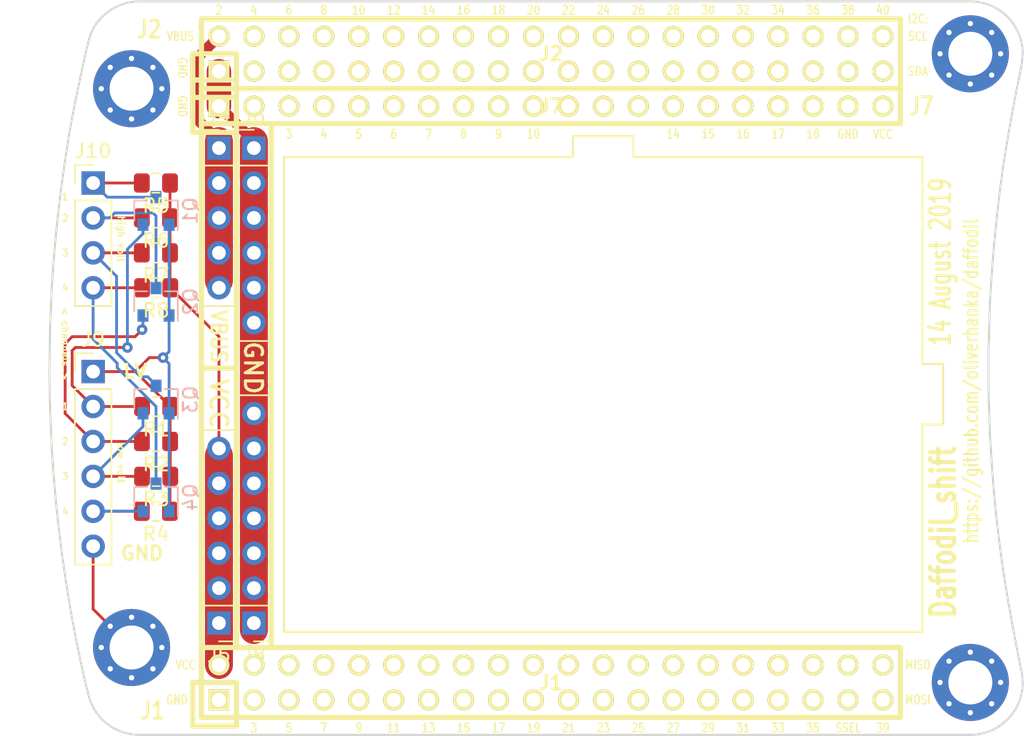
<source format=kicad_pcb>
(kicad_pcb (version 20171130) (host pcbnew "(5.1.4-0-10_14)")
  (layers (0 F.Cu signal) (31 B.Cu signal) (34 B.Paste user) (35 F.Paste user hide) (36 B.SilkS user hide) (37 F.SilkS user) (38 B.Mask user) (39 F.Mask user hide) (44 Edge.Cuts user))
  (net 0 "")
  (net 1 GND)
  (net 2 VCC)
  (net 3 /VBUS)
  (net 4 /P4_9)
  (net 5 /P0_0)
  (net 6 /P4_10)
  (net 7 /P0_1)
  (net 8 /P1_0)
  (net 9 /P5_0)
  (net 10 /P5_1)
  (net 11 /P1_1)
  (net 12 /CLK0)
  (net 13 /P1_2)
  (net 14 /P1_5)
  (net 15 /P5_2)
  (net 16 /P1_7)
  (net 17 /P1_6)
  (net 18 /P1_9)
  (net 19 /P1_8)
  (net 20 /P5_3)
  (net 21 /P1_10)
  (net 22 /P1_12)
  (net 23 /P1_11)
  (net 24 /P5_5)
  (net 25 /P5_4)
  (net 26 /P1_14)
  (net 27 /P1_13)
  (net 28 /P5_6)
  (net 29 /P1_15)
  (net 30 /P5_7)
  (net 31 /P1_16)
  (net 32 /P1_18)
  (net 33 /P1_17)
  (net 34 /P9_5)
  (net 35 /P9_6)
  (net 36 /P2_0)
  (net 37 /P6_0)
  (net 38 /P1_20)
  (net 39 /P1_19)
  (net 40 /P1_4)
  (net 41 /P1_3)
  (net 42 /P4_8)
  (net 43 /P4_0)
  (net 44 /ADC0_0)
  (net 45 /P4_5)
  (net 46 /P4_4)
  (net 47 /P4_2)
  (net 48 /P4_3)
  (net 49 /P4_6)
  (net 50 /P4_7)
  (net 51 /CLK2)
  (net 52 /P2_8)
  (net 53 /P2_7)
  (net 54 /P2_6)
  (net 55 /P7_7)
  (net 56 /WAKEUP0)
  (net 57 /P2_5)
  (net 58 /P2_4)
  (net 59 /P2_3)
  (net 60 /PF_4)
  (net 61 /P3_2)
  (net 62 /P7_2)
  (net 63 /P3_1)
  (net 64 /P7_1)
  (net 65 /P3_0)
  (net 66 /P7_0)
  (net 67 /P3_4)
  (net 68 /P6_8)
  (net 69 /P3_7)
  (net 70 /P6_7)
  (net 71 /P3_3)
  (net 72 /P2_2)
  (net 73 /P6_6)
  (net 74 /P2_1)
  (net 75 /P6_3)
  (net 76 /P3_5)
  (net 77 /P3_6)
  (net 78 /I2C0_SDA)
  (net 79 /I2C0_SCL)
  (net 80 /P6_4)
  (net 81 /P6_5)
  (net 82 /ADC0_5)
  (net 83 /ADC0_2)
  (net 84 /P2_9)
  (net 85 /P2_12)
  (net 86 /P2_13)
  (net 87 /RTC_ALARM)
  (net 88 /RESET)
  (net 89 /VBAT)
  (net 90 /P2_11)
  (net 91 /P2_10)
  (net 92 /P6_10)
  (net 93 /P6_9)
  (net 94 /P6_2)
  (net 95 /P6_1)
  (net 96 /32KHZ)
  (net 97 "Net-(J9-Pad5)")
  (net 98 "Net-(J9-Pad4)")
  (net 99 "Net-(J9-Pad3)")
  (net 100 "Net-(J9-Pad2)")
  (net 101 +1V8)
  (net 102 "Net-(J10-Pad4)")
  (net 103 "Net-(J10-Pad3)")
  (net 104 "Net-(J10-Pad2)")
  (net 105 "Net-(J10-Pad1)")
  (module Resistor_SMD:R_0805_2012Metric_Pad1.15x1.40mm_HandSolder (layer F.Cu) (at 117.357 89.408 180)
    (fp_text reference R8 (at 0 -1.65) (layer F.SilkS))
    (fp_text value 10k)
    (pad 2 smd roundrect (at 1.025 0 180) (size 1.15 1.4) (layers F.Cu F.Paste F.Mask) (roundrect_rratio 0.217391) (net 102 "Net-(J10-Pad4)"))
    (pad 1 smd roundrect (at -1.025 0 180) (size 1.15 1.4) (layers F.Cu F.Paste F.Mask) (roundrect_rratio 0.217391) (net 2 VCC))
  )
  (module Resistor_SMD:R_0805_2012Metric_Pad1.15x1.40mm_HandSolder (layer F.Cu) (at 117.339 86.868 180)
    (fp_text reference R7 (at 0 -1.65) (layer F.SilkS))
    (fp_text value 10k)
    (pad 2 smd roundrect (at 1.025 0 180) (size 1.15 1.4) (layers F.Cu F.Paste F.Mask) (roundrect_rratio 0.217391) (net 103 "Net-(J10-Pad3)"))
    (pad 1 smd roundrect (at -1.025 0 180) (size 1.15 1.4) (layers F.Cu F.Paste F.Mask) (roundrect_rratio 0.217391) (net 2 VCC))
  )
  (module Resistor_SMD:R_0805_2012Metric_Pad1.15x1.40mm_HandSolder (layer F.Cu) (at 117.339 84.328 180)
    (fp_text reference R6 (at 0 -1.65) (layer F.SilkS))
    (fp_text value 10k)
    (pad 2 smd roundrect (at 1.025 0 180) (size 1.15 1.4) (layers F.Cu F.Paste F.Mask) (roundrect_rratio 0.217391) (net 104 "Net-(J10-Pad2)"))
    (pad 1 smd roundrect (at -1.025 0 180) (size 1.15 1.4) (layers F.Cu F.Paste F.Mask) (roundrect_rratio 0.217391) (net 2 VCC))
  )
  (module Resistor_SMD:R_0805_2012Metric_Pad1.15x1.40mm_HandSolder (layer F.Cu) (at 117.339 81.788 180)
    (fp_text reference R5 (at 0 -1.65) (layer F.SilkS))
    (fp_text value 10k)
    (pad 2 smd roundrect (at 1.025 0 180) (size 1.15 1.4) (layers F.Cu F.Paste F.Mask) (roundrect_rratio 0.217391) (net 105 "Net-(J10-Pad1)"))
    (pad 1 smd roundrect (at -1.025 0 180) (size 1.15 1.4) (layers F.Cu F.Paste F.Mask) (roundrect_rratio 0.217391) (net 2 VCC))
  )
  (module Resistor_SMD:R_0805_2012Metric_Pad1.15x1.40mm_HandSolder (layer F.Cu) (at 117.339 105.664 180)
    (fp_text reference R4 (at 0 -1.65) (layer F.SilkS))
    (fp_text value 10k)
    (pad 2 smd roundrect (at 1.025 0 180) (size 1.15 1.4) (layers F.Cu F.Paste F.Mask) (roundrect_rratio 0.217391) (net 97 "Net-(J9-Pad5)"))
    (pad 1 smd roundrect (at -1.025 0 180) (size 1.15 1.4) (layers F.Cu F.Paste F.Mask) (roundrect_rratio 0.217391) (net 101 +1V8))
  )
  (module Resistor_SMD:R_0805_2012Metric_Pad1.15x1.40mm_HandSolder (layer F.Cu) (at 117.357 103.124 180)
    (fp_text reference R3 (at 0 -1.65) (layer F.SilkS))
    (fp_text value 10k)
    (pad 2 smd roundrect (at 1.025 0 180) (size 1.15 1.4) (layers F.Cu F.Paste F.Mask) (roundrect_rratio 0.217391) (net 98 "Net-(J9-Pad4)"))
    (pad 1 smd roundrect (at -1.025 0 180) (size 1.15 1.4) (layers F.Cu F.Paste F.Mask) (roundrect_rratio 0.217391) (net 101 +1V8))
  )
  (module Resistor_SMD:R_0805_2012Metric_Pad1.15x1.40mm_HandSolder (layer F.Cu) (at 117.348 100.584 180)
    (fp_text reference R2 (at 0 -1.65) (layer F.SilkS))
    (fp_text value 10k)
    (pad 2 smd roundrect (at 1.025 0 180) (size 1.15 1.4) (layers F.Cu F.Paste F.Mask) (roundrect_rratio 0.217391) (net 99 "Net-(J9-Pad3)"))
    (pad 1 smd roundrect (at -1.025 0 180) (size 1.15 1.4) (layers F.Cu F.Paste F.Mask) (roundrect_rratio 0.217391) (net 101 +1V8))
  )
  (module Resistor_SMD:R_0805_2012Metric_Pad1.15x1.40mm_HandSolder (layer F.Cu) (at 117.357 98.044 180)
    (fp_text reference R1 (at 0 -1.65) (layer F.SilkS))
    (fp_text value 10k)
    (pad 2 smd roundrect (at 1.025 0 180) (size 1.15 1.4) (layers F.Cu F.Paste F.Mask) (roundrect_rratio 0.217391) (net 100 "Net-(J9-Pad2)"))
    (pad 1 smd roundrect (at -1.025 0 180) (size 1.15 1.4) (layers F.Cu F.Paste F.Mask) (roundrect_rratio 0.217391) (net 101 +1V8))
  )
  (module Package_TO_SOT_SMD:SOT-23 (layer B.Cu) (at 117.348 104.648 90)
    (fp_text reference Q4 (at 0 2.5 90) (layer B.SilkS) (effects (justify mirror)))
    (fp_text value BSS138)
    (pad 3 smd rect (at 1 0 90) (size 0.9 0.8) (layers B.Cu B.Paste B.Mask) (net 102 "Net-(J10-Pad4)"))
    (pad 2 smd rect (at -1 -0.95 90) (size 0.9 0.8) (layers B.Cu B.Paste B.Mask) (net 97 "Net-(J9-Pad5)"))
    (pad 1 smd rect (at -1 0.95 90) (size 0.9 0.8) (layers B.Cu B.Paste B.Mask) (net 101 +1V8))
  )
  (module Package_TO_SOT_SMD:SOT-23 (layer B.Cu) (at 117.348 97.536 90)
    (fp_text reference Q3 (at 0 2.5 90) (layer B.SilkS) (effects (justify mirror)))
    (fp_text value BSS138)
    (pad 3 smd rect (at 1 0 90) (size 0.9 0.8) (layers B.Cu B.Paste B.Mask) (net 103 "Net-(J10-Pad3)"))
    (pad 2 smd rect (at -1 -0.95 90) (size 0.9 0.8) (layers B.Cu B.Paste B.Mask) (net 98 "Net-(J9-Pad4)"))
    (pad 1 smd rect (at -1 0.95 90) (size 0.9 0.8) (layers B.Cu B.Paste B.Mask) (net 101 +1V8))
  )
  (module Package_TO_SOT_SMD:SOT-23 (layer B.Cu) (at 117.348 90.424 90)
    (fp_text reference Q2 (at 0 2.5 90) (layer B.SilkS) (effects (justify mirror)))
    (fp_text value BSS138)
    (pad 3 smd rect (at 1 0 90) (size 0.9 0.8) (layers B.Cu B.Paste B.Mask) (net 104 "Net-(J10-Pad2)"))
    (pad 2 smd rect (at -1 -0.95 90) (size 0.9 0.8) (layers B.Cu B.Paste B.Mask) (net 99 "Net-(J9-Pad3)"))
    (pad 1 smd rect (at -1 0.95 90) (size 0.9 0.8) (layers B.Cu B.Paste B.Mask) (net 101 +1V8))
  )
  (module Package_TO_SOT_SMD:SOT-23 (layer B.Cu) (at 117.348 83.82 90)
    (fp_text reference Q1 (at 0 2.5 90) (layer B.SilkS) (effects (justify mirror)))
    (fp_text value BSS138)
    (pad 3 smd rect (at 1 0 90) (size 0.9 0.8) (layers B.Cu B.Paste B.Mask) (net 105 "Net-(J10-Pad1)"))
    (pad 2 smd rect (at -1 -0.95 90) (size 0.9 0.8) (layers B.Cu B.Paste B.Mask) (net 100 "Net-(J9-Pad2)"))
    (pad 1 smd rect (at -1 0.95 90) (size 0.9 0.8) (layers B.Cu B.Paste B.Mask) (net 101 +1V8))
  )
  (module Connector_PinHeader_2.54mm:PinHeader_1x04_P2.54mm_Vertical (layer F.Cu) (at 112.776 81.788)
    (fp_text reference J10 (at 0 -2.33) (layer F.SilkS))
    (fp_text value Conn_01x04_Male)
    (pad 4 thru_hole oval (at 0 7.62) (size 1.7 1.7) (drill 1) (layers *.Cu *.Mask) (net 102 "Net-(J10-Pad4)"))
    (pad 3 thru_hole oval (at 0 5.08) (size 1.7 1.7) (drill 1) (layers *.Cu *.Mask) (net 103 "Net-(J10-Pad3)"))
    (pad 2 thru_hole oval (at 0 2.54) (size 1.7 1.7) (drill 1) (layers *.Cu *.Mask) (net 104 "Net-(J10-Pad2)"))
    (pad 1 thru_hole rect (at 0 0) (size 1.7 1.7) (drill 1) (layers *.Cu *.Mask) (net 105 "Net-(J10-Pad1)"))
  )
  (module Connector_PinHeader_2.54mm:PinHeader_1x06_P2.54mm_Vertical (layer F.Cu) (at 112.776 95.504)
    (fp_text reference J9 (at 0 -2.33) (layer F.SilkS))
    (fp_text value Conn_01x06_Male)
    (pad 6 thru_hole oval (at 0 12.7) (size 1.7 1.7) (drill 1) (layers *.Cu *.Mask) (net 1 GND))
    (pad 5 thru_hole oval (at 0 10.16) (size 1.7 1.7) (drill 1) (layers *.Cu *.Mask) (net 97 "Net-(J9-Pad5)"))
    (pad 4 thru_hole oval (at 0 7.62) (size 1.7 1.7) (drill 1) (layers *.Cu *.Mask) (net 98 "Net-(J9-Pad4)"))
    (pad 3 thru_hole oval (at 0 5.08) (size 1.7 1.7) (drill 1) (layers *.Cu *.Mask) (net 99 "Net-(J9-Pad3)"))
    (pad 2 thru_hole oval (at 0 2.54) (size 1.7 1.7) (drill 1) (layers *.Cu *.Mask) (net 100 "Net-(J9-Pad2)"))
    (pad 1 thru_hole rect (at 0 0) (size 1.7 1.7) (drill 1) (layers *.Cu *.Mask) (net 101 +1V8))
  )
  (module Connector_PinHeader_2.54mm:PinHeader_1x07_P2.54mm_Vertical (layer F.Cu) (at 124.46 113.792 180)
    (fp_text reference J8 (at 0 -2.33) (layer F.SilkS))
    (fp_text value Conn_01x07_Male)
    (pad 7 thru_hole oval (at 0 15.24 180) (size 1.7 1.7) (drill 1) (layers *.Cu *.Mask) (net 1 GND))
    (pad 6 thru_hole oval (at 0 12.7 180) (size 1.7 1.7) (drill 1) (layers *.Cu *.Mask) (net 1 GND))
    (pad 5 thru_hole oval (at 0 10.16 180) (size 1.7 1.7) (drill 1) (layers *.Cu *.Mask) (net 1 GND))
    (pad 4 thru_hole oval (at 0 7.62 180) (size 1.7 1.7) (drill 1) (layers *.Cu *.Mask) (net 1 GND))
    (pad 3 thru_hole oval (at 0 5.08 180) (size 1.7 1.7) (drill 1) (layers *.Cu *.Mask) (net 1 GND))
    (pad 2 thru_hole oval (at 0 2.54 180) (size 1.7 1.7) (drill 1) (layers *.Cu *.Mask) (net 1 GND))
    (pad 1 thru_hole rect (at 0 0 180) (size 1.7 1.7) (drill 1) (layers *.Cu *.Mask) (net 1 GND))
  )
  (module Connector_PinHeader_2.54mm:PinHeader_1x06_P2.54mm_Vertical (layer F.Cu) (at 124.46 79.248)
    (fp_text reference J6 (at 0 -2.33) (layer F.SilkS))
    (fp_text value Conn_01x06_Male)
    (pad 6 thru_hole oval (at 0 12.7) (size 1.7 1.7) (drill 1) (layers *.Cu *.Mask) (net 1 GND))
    (pad 5 thru_hole oval (at 0 10.16) (size 1.7 1.7) (drill 1) (layers *.Cu *.Mask) (net 1 GND))
    (pad 4 thru_hole oval (at 0 7.62) (size 1.7 1.7) (drill 1) (layers *.Cu *.Mask) (net 1 GND))
    (pad 3 thru_hole oval (at 0 5.08) (size 1.7 1.7) (drill 1) (layers *.Cu *.Mask) (net 1 GND))
    (pad 2 thru_hole oval (at 0 2.54) (size 1.7 1.7) (drill 1) (layers *.Cu *.Mask) (net 1 GND))
    (pad 1 thru_hole rect (at 0 0) (size 1.7 1.7) (drill 1) (layers *.Cu *.Mask) (net 1 GND))
  )
  (module Connector_PinHeader_2.54mm:PinHeader_1x06_P2.54mm_Vertical (layer F.Cu) (at 121.92 113.792 180)
    (fp_text reference J5 (at 0 -2.33) (layer F.SilkS))
    (fp_text value Conn_01x06_Male)
    (pad 6 thru_hole oval (at 0 12.7 180) (size 1.7 1.7) (drill 1) (layers *.Cu *.Mask) (net 2 VCC))
    (pad 5 thru_hole oval (at 0 10.16 180) (size 1.7 1.7) (drill 1) (layers *.Cu *.Mask) (net 2 VCC))
    (pad 4 thru_hole oval (at 0 7.62 180) (size 1.7 1.7) (drill 1) (layers *.Cu *.Mask) (net 2 VCC))
    (pad 3 thru_hole oval (at 0 5.08 180) (size 1.7 1.7) (drill 1) (layers *.Cu *.Mask) (net 2 VCC))
    (pad 2 thru_hole oval (at 0 2.54 180) (size 1.7 1.7) (drill 1) (layers *.Cu *.Mask) (net 2 VCC))
    (pad 1 thru_hole rect (at 0 0 180) (size 1.7 1.7) (drill 1) (layers *.Cu *.Mask) (net 2 VCC))
  )
  (module Connector_PinHeader_2.54mm:PinHeader_1x05_P2.54mm_Vertical (layer F.Cu) (at 121.92 79.248)
    (fp_text reference J4 (at 0 -2.33) (layer F.SilkS))
    (fp_text value Conn_01x05_Male)
    (pad 5 thru_hole oval (at 0 10.16) (size 1.7 1.7) (drill 1) (layers *.Cu *.Mask) (net 3 /VBUS))
    (pad 4 thru_hole oval (at 0 7.62) (size 1.7 1.7) (drill 1) (layers *.Cu *.Mask) (net 3 /VBUS))
    (pad 3 thru_hole oval (at 0 5.08) (size 1.7 1.7) (drill 1) (layers *.Cu *.Mask) (net 3 /VBUS))
    (pad 2 thru_hole oval (at 0 2.54) (size 1.7 1.7) (drill 1) (layers *.Cu *.Mask) (net 3 /VBUS))
    (pad 1 thru_hole rect (at 0 0) (size 1.7 1.7) (drill 1) (layers *.Cu *.Mask) (net 3 /VBUS))
  )
  (module gsg-modules:HEADER-1x20 (layer F.Cu) (at 146.05 76.2)
    (fp_text reference J7 (at 0 0) (layer F.SilkS) (effects (font (size 1.016 1.016) (thickness 0.2032))))
    (fp_text value BONUS_ROW hide)
    (pad 1 thru_hole rect (at -24.13 0) (size 1.524 1.524) (drill 1.016) (layers *.Cu *.Mask F.SilkS) (net 1 GND))
    (pad 2 thru_hole circle (at -21.59 0) (size 1.524 1.524) (drill 1.016) (layers *.Cu *.Mask F.SilkS) (net 80 /P6_4))
    (pad 3 thru_hole circle (at -19.05 0) (size 1.524 1.524) (drill 1.016) (layers *.Cu *.Mask F.SilkS) (net 81 /P6_5))
    (pad 4 thru_hole circle (at -16.51 0) (size 1.524 1.524) (drill 1.016) (layers *.Cu *.Mask F.SilkS) (net 82 /ADC0_5))
    (pad 5 thru_hole circle (at -13.97 0) (size 1.524 1.524) (drill 1.016) (layers *.Cu *.Mask F.SilkS) (net 83 /ADC0_2))
    (pad 6 thru_hole circle (at -11.43 0) (size 1.524 1.524) (drill 1.016) (layers *.Cu *.Mask F.SilkS) (net 84 /P2_9))
    (pad 7 thru_hole circle (at -8.89 0) (size 1.524 1.524) (drill 1.016) (layers *.Cu *.Mask F.SilkS) (net 85 /P2_12))
    (pad 8 thru_hole circle (at -6.35 0) (size 1.524 1.524) (drill 1.016) (layers *.Cu *.Mask F.SilkS) (net 86 /P2_13))
    (pad 9 thru_hole circle (at -3.81 0) (size 1.524 1.524) (drill 1.016) (layers *.Cu *.Mask F.SilkS) (net 87 /RTC_ALARM))
    (pad 10 thru_hole circle (at -1.27 0) (size 1.524 1.524) (drill 1.016) (layers *.Cu *.Mask F.SilkS) (net 96 /32KHZ))
    (pad 11 thru_hole circle (at 1.27 0) (size 1.524 1.524) (drill 1.016) (layers *.Cu *.Mask F.SilkS) (net 88 /RESET))
    (pad 12 thru_hole circle (at 3.81 0) (size 1.524 1.524) (drill 1.016) (layers *.Cu *.Mask F.SilkS) (net 89 /VBAT))
    (pad 13 thru_hole circle (at 6.35 0) (size 1.524 1.524) (drill 1.016) (layers *.Cu *.Mask F.SilkS) (net 90 /P2_11))
    (pad 14 thru_hole circle (at 8.89 0) (size 1.524 1.524) (drill 1.016) (layers *.Cu *.Mask F.SilkS) (net 91 /P2_10))
    (pad 15 thru_hole circle (at 11.43 0) (size 1.524 1.524) (drill 1.016) (layers *.Cu *.Mask F.SilkS) (net 92 /P6_10))
    (pad 16 thru_hole circle (at 13.97 0) (size 1.524 1.524) (drill 1.016) (layers *.Cu *.Mask F.SilkS) (net 93 /P6_9))
    (pad 17 thru_hole circle (at 16.51 0) (size 1.524 1.524) (drill 1.016) (layers *.Cu *.Mask F.SilkS) (net 94 /P6_2))
    (pad 18 thru_hole circle (at 19.05 0) (size 1.524 1.524) (drill 1.016) (layers *.Cu *.Mask F.SilkS) (net 95 /P6_1))
    (pad 19 thru_hole circle (at 21.59 0) (size 1.524 1.524) (drill 1.016) (layers *.Cu *.Mask F.SilkS) (net 1 GND))
    (pad 20 thru_hole circle (at 24.13 0) (size 1.524 1.524) (drill 1.016) (layers *.Cu *.Mask F.SilkS) (net 2 VCC))
  )
  (module gsg-modules:HEADER-2x20 (layer F.Cu) (at 146.05 118.11)
    (fp_text reference J1 (at 0 0) (layer F.SilkS) (effects (font (size 1.016 1.016) (thickness 0.2032))))
    (fp_text value NEIGHBOR1 hide)
    (pad 1 thru_hole rect (at -24.13 1.27) (size 1.524 1.524) (drill 1.016) (layers *.Cu *.Mask F.SilkS) (net 1 GND))
    (pad 2 thru_hole circle (at -24.13 -1.27) (size 1.524 1.524) (drill 1.016) (layers *.Cu *.Mask F.SilkS) (net 2 VCC))
    (pad 3 thru_hole circle (at -21.59 1.27) (size 1.524 1.524) (drill 1.016) (layers *.Cu *.Mask F.SilkS) (net 4 /P4_9))
    (pad 4 thru_hole circle (at -21.59 -1.27) (size 1.524 1.524) (drill 1.016) (layers *.Cu *.Mask F.SilkS) (net 5 /P0_0))
    (pad 5 thru_hole circle (at -19.05 1.27) (size 1.524 1.524) (drill 1.016) (layers *.Cu *.Mask F.SilkS) (net 6 /P4_10))
    (pad 6 thru_hole circle (at -19.05 -1.27) (size 1.524 1.524) (drill 1.016) (layers *.Cu *.Mask F.SilkS) (net 7 /P0_1))
    (pad 7 thru_hole circle (at -16.51 1.27) (size 1.524 1.524) (drill 1.016) (layers *.Cu *.Mask F.SilkS) (net 8 /P1_0))
    (pad 8 thru_hole circle (at -16.51 -1.27) (size 1.524 1.524) (drill 1.016) (layers *.Cu *.Mask F.SilkS) (net 9 /P5_0))
    (pad 9 thru_hole circle (at -13.97 1.27) (size 1.524 1.524) (drill 1.016) (layers *.Cu *.Mask F.SilkS) (net 10 /P5_1))
    (pad 10 thru_hole circle (at -13.97 -1.27) (size 1.524 1.524) (drill 1.016) (layers *.Cu *.Mask F.SilkS) (net 11 /P1_1))
    (pad 11 thru_hole circle (at -11.43 1.27) (size 1.524 1.524) (drill 1.016) (layers *.Cu *.Mask F.SilkS) (net 12 /CLK0))
    (pad 12 thru_hole circle (at -11.43 -1.27) (size 1.524 1.524) (drill 1.016) (layers *.Cu *.Mask F.SilkS) (net 13 /P1_2))
    (pad 13 thru_hole circle (at -8.89 1.27) (size 1.524 1.524) (drill 1.016) (layers *.Cu *.Mask F.SilkS) (net 14 /P1_5))
    (pad 14 thru_hole circle (at -8.89 -1.27) (size 1.524 1.524) (drill 1.016) (layers *.Cu *.Mask F.SilkS) (net 15 /P5_2))
    (pad 15 thru_hole circle (at -6.35 1.27) (size 1.524 1.524) (drill 1.016) (layers *.Cu *.Mask F.SilkS) (net 16 /P1_7))
    (pad 16 thru_hole circle (at -6.35 -1.27) (size 1.524 1.524) (drill 1.016) (layers *.Cu *.Mask F.SilkS) (net 17 /P1_6))
    (pad 17 thru_hole circle (at -3.81 1.27) (size 1.524 1.524) (drill 1.016) (layers *.Cu *.Mask F.SilkS) (net 18 /P1_9))
    (pad 18 thru_hole circle (at -3.81 -1.27) (size 1.524 1.524) (drill 1.016) (layers *.Cu *.Mask F.SilkS) (net 19 /P1_8))
    (pad 19 thru_hole circle (at -1.27 1.27) (size 1.524 1.524) (drill 1.016) (layers *.Cu *.Mask F.SilkS) (net 20 /P5_3))
    (pad 20 thru_hole circle (at -1.27 -1.27) (size 1.524 1.524) (drill 1.016) (layers *.Cu *.Mask F.SilkS) (net 21 /P1_10))
    (pad 21 thru_hole circle (at 1.27 1.27) (size 1.524 1.524) (drill 1.016) (layers *.Cu *.Mask F.SilkS) (net 22 /P1_12))
    (pad 22 thru_hole circle (at 1.27 -1.27) (size 1.524 1.524) (drill 1.016) (layers *.Cu *.Mask F.SilkS) (net 23 /P1_11))
    (pad 23 thru_hole circle (at 3.81 1.27) (size 1.524 1.524) (drill 1.016) (layers *.Cu *.Mask F.SilkS) (net 24 /P5_5))
    (pad 24 thru_hole circle (at 3.81 -1.27) (size 1.524 1.524) (drill 1.016) (layers *.Cu *.Mask F.SilkS) (net 25 /P5_4))
    (pad 25 thru_hole circle (at 6.35 1.27) (size 1.524 1.524) (drill 1.016) (layers *.Cu *.Mask F.SilkS) (net 26 /P1_14))
    (pad 26 thru_hole circle (at 6.35 -1.27) (size 1.524 1.524) (drill 1.016) (layers *.Cu *.Mask F.SilkS) (net 27 /P1_13))
    (pad 27 thru_hole circle (at 8.89 1.27) (size 1.524 1.524) (drill 1.016) (layers *.Cu *.Mask F.SilkS) (net 28 /P5_6))
    (pad 28 thru_hole circle (at 8.89 -1.27) (size 1.524 1.524) (drill 1.016) (layers *.Cu *.Mask F.SilkS) (net 29 /P1_15))
    (pad 29 thru_hole circle (at 11.43 1.27) (size 1.524 1.524) (drill 1.016) (layers *.Cu *.Mask F.SilkS) (net 30 /P5_7))
    (pad 30 thru_hole circle (at 11.43 -1.27) (size 1.524 1.524) (drill 1.016) (layers *.Cu *.Mask F.SilkS) (net 31 /P1_16))
    (pad 31 thru_hole circle (at 13.97 1.27) (size 1.524 1.524) (drill 1.016) (layers *.Cu *.Mask F.SilkS) (net 32 /P1_18))
    (pad 32 thru_hole circle (at 13.97 -1.27) (size 1.524 1.524) (drill 1.016) (layers *.Cu *.Mask F.SilkS) (net 33 /P1_17))
    (pad 33 thru_hole circle (at 16.51 1.27) (size 1.524 1.524) (drill 1.016) (layers *.Cu *.Mask F.SilkS) (net 34 /P9_5))
    (pad 34 thru_hole circle (at 16.51 -1.27) (size 1.524 1.524) (drill 1.016) (layers *.Cu *.Mask F.SilkS) (net 35 /P9_6))
    (pad 35 thru_hole circle (at 19.05 1.27) (size 1.524 1.524) (drill 1.016) (layers *.Cu *.Mask F.SilkS) (net 36 /P2_0))
    (pad 36 thru_hole circle (at 19.05 -1.27) (size 1.524 1.524) (drill 1.016) (layers *.Cu *.Mask F.SilkS) (net 37 /P6_0))
    (pad 37 thru_hole circle (at 21.59 1.27) (size 1.524 1.524) (drill 1.016) (layers *.Cu *.Mask F.SilkS) (net 38 /P1_20))
    (pad 38 thru_hole circle (at 21.59 -1.27) (size 1.524 1.524) (drill 1.016) (layers *.Cu *.Mask F.SilkS) (net 39 /P1_19))
    (pad 39 thru_hole circle (at 24.13 1.27) (size 1.524 1.524) (drill 1.016) (layers *.Cu *.Mask F.SilkS) (net 40 /P1_4))
    (pad 40 thru_hole circle (at 24.13 -1.27) (size 1.524 1.524) (drill 1.016) (layers *.Cu *.Mask F.SilkS) (net 41 /P1_3))
  )
  (module gsg-modules:HEADER-2x20 (layer F.Cu) (at 146.05 72.39)
    (fp_text reference J2 (at 0 0) (layer F.SilkS) (effects (font (size 1.016 1.016) (thickness 0.2032))))
    (fp_text value NEIGHBOR2 hide)
    (pad 1 thru_hole rect (at -24.13 1.27) (size 1.524 1.524) (drill 1.016) (layers *.Cu *.Mask F.SilkS) (net 1 GND))
    (pad 2 thru_hole circle (at -24.13 -1.27) (size 1.524 1.524) (drill 1.016) (layers *.Cu *.Mask F.SilkS) (net 3 /VBUS))
    (pad 3 thru_hole circle (at -21.59 1.27) (size 1.524 1.524) (drill 1.016) (layers *.Cu *.Mask F.SilkS) (net 42 /P4_8))
    (pad 4 thru_hole circle (at -21.59 -1.27) (size 1.524 1.524) (drill 1.016) (layers *.Cu *.Mask F.SilkS) (net 43 /P4_0))
    (pad 5 thru_hole circle (at -19.05 1.27) (size 1.524 1.524) (drill 1.016) (layers *.Cu *.Mask F.SilkS) (net 44 /ADC0_0))
    (pad 6 thru_hole circle (at -19.05 -1.27) (size 1.524 1.524) (drill 1.016) (layers *.Cu *.Mask F.SilkS) (net 45 /P4_5))
    (pad 7 thru_hole circle (at -16.51 1.27) (size 1.524 1.524) (drill 1.016) (layers *.Cu *.Mask F.SilkS) (net 46 /P4_4))
    (pad 8 thru_hole circle (at -16.51 -1.27) (size 1.524 1.524) (drill 1.016) (layers *.Cu *.Mask F.SilkS) (net 47 /P4_2))
    (pad 9 thru_hole circle (at -13.97 1.27) (size 1.524 1.524) (drill 1.016) (layers *.Cu *.Mask F.SilkS) (net 48 /P4_3))
    (pad 10 thru_hole circle (at -13.97 -1.27) (size 1.524 1.524) (drill 1.016) (layers *.Cu *.Mask F.SilkS) (net 49 /P4_6))
    (pad 11 thru_hole circle (at -11.43 1.27) (size 1.524 1.524) (drill 1.016) (layers *.Cu *.Mask F.SilkS) (net 50 /P4_7))
    (pad 12 thru_hole circle (at -11.43 -1.27) (size 1.524 1.524) (drill 1.016) (layers *.Cu *.Mask F.SilkS) (net 51 /CLK2))
    (pad 13 thru_hole circle (at -8.89 1.27) (size 1.524 1.524) (drill 1.016) (layers *.Cu *.Mask F.SilkS) (net 52 /P2_8))
    (pad 14 thru_hole circle (at -8.89 -1.27) (size 1.524 1.524) (drill 1.016) (layers *.Cu *.Mask F.SilkS) (net 53 /P2_7))
    (pad 15 thru_hole circle (at -6.35 1.27) (size 1.524 1.524) (drill 1.016) (layers *.Cu *.Mask F.SilkS) (net 54 /P2_6))
    (pad 16 thru_hole circle (at -6.35 -1.27) (size 1.524 1.524) (drill 1.016) (layers *.Cu *.Mask F.SilkS) (net 55 /P7_7))
    (pad 17 thru_hole circle (at -3.81 1.27) (size 1.524 1.524) (drill 1.016) (layers *.Cu *.Mask F.SilkS) (net 56 /WAKEUP0))
    (pad 18 thru_hole circle (at -3.81 -1.27) (size 1.524 1.524) (drill 1.016) (layers *.Cu *.Mask F.SilkS) (net 57 /P2_5))
    (pad 19 thru_hole circle (at -1.27 1.27) (size 1.524 1.524) (drill 1.016) (layers *.Cu *.Mask F.SilkS) (net 58 /P2_4))
    (pad 20 thru_hole circle (at -1.27 -1.27) (size 1.524 1.524) (drill 1.016) (layers *.Cu *.Mask F.SilkS) (net 59 /P2_3))
    (pad 21 thru_hole circle (at 1.27 1.27) (size 1.524 1.524) (drill 1.016) (layers *.Cu *.Mask F.SilkS) (net 60 /PF_4))
    (pad 22 thru_hole circle (at 1.27 -1.27) (size 1.524 1.524) (drill 1.016) (layers *.Cu *.Mask F.SilkS) (net 61 /P3_2))
    (pad 23 thru_hole circle (at 3.81 1.27) (size 1.524 1.524) (drill 1.016) (layers *.Cu *.Mask F.SilkS) (net 62 /P7_2))
    (pad 24 thru_hole circle (at 3.81 -1.27) (size 1.524 1.524) (drill 1.016) (layers *.Cu *.Mask F.SilkS) (net 63 /P3_1))
    (pad 25 thru_hole circle (at 6.35 1.27) (size 1.524 1.524) (drill 1.016) (layers *.Cu *.Mask F.SilkS) (net 64 /P7_1))
    (pad 26 thru_hole circle (at 6.35 -1.27) (size 1.524 1.524) (drill 1.016) (layers *.Cu *.Mask F.SilkS) (net 65 /P3_0))
    (pad 27 thru_hole circle (at 8.89 1.27) (size 1.524 1.524) (drill 1.016) (layers *.Cu *.Mask F.SilkS) (net 66 /P7_0))
    (pad 28 thru_hole circle (at 8.89 -1.27) (size 1.524 1.524) (drill 1.016) (layers *.Cu *.Mask F.SilkS) (net 67 /P3_4))
    (pad 29 thru_hole circle (at 11.43 1.27) (size 1.524 1.524) (drill 1.016) (layers *.Cu *.Mask F.SilkS) (net 68 /P6_8))
    (pad 30 thru_hole circle (at 11.43 -1.27) (size 1.524 1.524) (drill 1.016) (layers *.Cu *.Mask F.SilkS) (net 69 /P3_7))
    (pad 31 thru_hole circle (at 13.97 1.27) (size 1.524 1.524) (drill 1.016) (layers *.Cu *.Mask F.SilkS) (net 70 /P6_7))
    (pad 32 thru_hole circle (at 13.97 -1.27) (size 1.524 1.524) (drill 1.016) (layers *.Cu *.Mask F.SilkS) (net 71 /P3_3))
    (pad 33 thru_hole circle (at 16.51 1.27) (size 1.524 1.524) (drill 1.016) (layers *.Cu *.Mask F.SilkS) (net 72 /P2_2))
    (pad 34 thru_hole circle (at 16.51 -1.27) (size 1.524 1.524) (drill 1.016) (layers *.Cu *.Mask F.SilkS) (net 73 /P6_6))
    (pad 35 thru_hole circle (at 19.05 1.27) (size 1.524 1.524) (drill 1.016) (layers *.Cu *.Mask F.SilkS) (net 74 /P2_1))
    (pad 36 thru_hole circle (at 19.05 -1.27) (size 1.524 1.524) (drill 1.016) (layers *.Cu *.Mask F.SilkS) (net 75 /P6_3))
    (pad 37 thru_hole circle (at 21.59 1.27) (size 1.524 1.524) (drill 1.016) (layers *.Cu *.Mask F.SilkS) (net 76 /P3_5))
    (pad 38 thru_hole circle (at 21.59 -1.27) (size 1.524 1.524) (drill 1.016) (layers *.Cu *.Mask F.SilkS) (net 77 /P3_6))
    (pad 39 thru_hole circle (at 24.13 1.27) (size 1.524 1.524) (drill 1.016) (layers *.Cu *.Mask F.SilkS) (net 78 /I2C0_SDA))
    (pad 40 thru_hole circle (at 24.13 -1.27) (size 1.524 1.524) (drill 1.016) (layers *.Cu *.Mask F.SilkS) (net 79 /I2C0_SCL))
  )
  (module gsg-modules:HOLE126MIL-COPPER (layer F.Cu) (at 115.57 74.93)
    (fp_text reference MH1 hide)
    (fp_text value MOUNTING_HOLE hide)
    (pad 1 thru_hole circle (at 0 0) (size 5.6 5.6) (drill 3.2004) (layers *.Cu *.Mask) (net 1 GND))
    (pad 1 thru_hole circle (at 0 -2.2) (size 0.6 0.6) (drill 0.381) (layers *.Cu *.Mask) (net 1 GND))
    (pad 1 thru_hole circle (at -2.2 0) (size 0.6 0.6) (drill 0.381) (layers *.Cu *.Mask) (net 1 GND))
    (pad 1 thru_hole circle (at 0 2.2) (size 0.6 0.6) (drill 0.381) (layers *.Cu *.Mask) (net 1 GND))
    (pad 1 thru_hole circle (at 2.2 0) (size 0.6 0.6) (drill 0.381) (layers *.Cu *.Mask) (net 1 GND))
    (pad 1 thru_hole circle (at 1.55 -1.55) (size 0.6 0.6) (drill 0.381) (layers *.Cu *.Mask) (net 1 GND))
    (pad 1 thru_hole circle (at -1.55 -1.55) (size 0.6 0.6) (drill 0.381) (layers *.Cu *.Mask) (net 1 GND))
    (pad 1 thru_hole circle (at -1.55 1.55) (size 0.6 0.6) (drill 0.381) (layers *.Cu *.Mask) (net 1 GND))
    (pad 1 thru_hole circle (at 1.55 1.55) (size 0.6 0.6) (drill 0.381) (layers *.Cu *.Mask) (net 1 GND))
  )
  (module gsg-modules:HOLE126MIL-COPPER (layer F.Cu) (at 115.57 115.57)
    (fp_text reference MH2 hide)
    (fp_text value MOUNTING_HOLE hide)
    (pad 1 thru_hole circle (at 0 0) (size 5.6 5.6) (drill 3.2004) (layers *.Cu *.Mask) (net 1 GND))
    (pad 1 thru_hole circle (at 0 -2.2) (size 0.6 0.6) (drill 0.381) (layers *.Cu *.Mask) (net 1 GND))
    (pad 1 thru_hole circle (at -2.2 0) (size 0.6 0.6) (drill 0.381) (layers *.Cu *.Mask) (net 1 GND))
    (pad 1 thru_hole circle (at 0 2.2) (size 0.6 0.6) (drill 0.381) (layers *.Cu *.Mask) (net 1 GND))
    (pad 1 thru_hole circle (at 2.2 0) (size 0.6 0.6) (drill 0.381) (layers *.Cu *.Mask) (net 1 GND))
    (pad 1 thru_hole circle (at 1.55 -1.55) (size 0.6 0.6) (drill 0.381) (layers *.Cu *.Mask) (net 1 GND))
    (pad 1 thru_hole circle (at -1.55 -1.55) (size 0.6 0.6) (drill 0.381) (layers *.Cu *.Mask) (net 1 GND))
    (pad 1 thru_hole circle (at -1.55 1.55) (size 0.6 0.6) (drill 0.381) (layers *.Cu *.Mask) (net 1 GND))
    (pad 1 thru_hole circle (at 1.55 1.55) (size 0.6 0.6) (drill 0.381) (layers *.Cu *.Mask) (net 1 GND))
  )
  (module gsg-modules:HOLE126MIL-COPPER (layer F.Cu) (at 176.53 118.11)
    (fp_text reference MH3 hide)
    (fp_text value MOUNTING_HOLE hide)
    (pad 1 thru_hole circle (at 0 0) (size 5.6 5.6) (drill 3.2004) (layers *.Cu *.Mask) (net 1 GND))
    (pad 1 thru_hole circle (at 0 -2.2) (size 0.6 0.6) (drill 0.381) (layers *.Cu *.Mask) (net 1 GND))
    (pad 1 thru_hole circle (at -2.2 0) (size 0.6 0.6) (drill 0.381) (layers *.Cu *.Mask) (net 1 GND))
    (pad 1 thru_hole circle (at 0 2.2) (size 0.6 0.6) (drill 0.381) (layers *.Cu *.Mask) (net 1 GND))
    (pad 1 thru_hole circle (at 2.2 0) (size 0.6 0.6) (drill 0.381) (layers *.Cu *.Mask) (net 1 GND))
    (pad 1 thru_hole circle (at 1.55 -1.55) (size 0.6 0.6) (drill 0.381) (layers *.Cu *.Mask) (net 1 GND))
    (pad 1 thru_hole circle (at -1.55 -1.55) (size 0.6 0.6) (drill 0.381) (layers *.Cu *.Mask) (net 1 GND))
    (pad 1 thru_hole circle (at -1.55 1.55) (size 0.6 0.6) (drill 0.381) (layers *.Cu *.Mask) (net 1 GND))
    (pad 1 thru_hole circle (at 1.55 1.55) (size 0.6 0.6) (drill 0.381) (layers *.Cu *.Mask) (net 1 GND))
  )
  (module gsg-modules:HOLE126MIL-COPPER (layer F.Cu) (at 176.53 72.39)
    (fp_text reference MH4 hide)
    (fp_text value MOUNTING_HOLE hide)
    (pad 1 thru_hole circle (at 0 0) (size 5.6 5.6) (drill 3.2004) (layers *.Cu *.Mask) (net 1 GND))
    (pad 1 thru_hole circle (at 0 -2.2) (size 0.6 0.6) (drill 0.381) (layers *.Cu *.Mask) (net 1 GND))
    (pad 1 thru_hole circle (at -2.2 0) (size 0.6 0.6) (drill 0.381) (layers *.Cu *.Mask) (net 1 GND))
    (pad 1 thru_hole circle (at 0 2.2) (size 0.6 0.6) (drill 0.381) (layers *.Cu *.Mask) (net 1 GND))
    (pad 1 thru_hole circle (at 2.2 0) (size 0.6 0.6) (drill 0.381) (layers *.Cu *.Mask) (net 1 GND))
    (pad 1 thru_hole circle (at 1.55 -1.55) (size 0.6 0.6) (drill 0.381) (layers *.Cu *.Mask) (net 1 GND))
    (pad 1 thru_hole circle (at -1.55 -1.55) (size 0.6 0.6) (drill 0.381) (layers *.Cu *.Mask) (net 1 GND))
    (pad 1 thru_hole circle (at -1.55 1.55) (size 0.6 0.6) (drill 0.381) (layers *.Cu *.Mask) (net 1 GND))
    (pad 1 thru_hole circle (at 1.55 1.55) (size 0.6 0.6) (drill 0.381) (layers *.Cu *.Mask) (net 1 GND))
  )
  (gr_text "high volt" (at 114.808 85.852 -90) (layer F.SilkS) (effects (font (size 0.5 0.5) (thickness 0.1))))
  (gr_text "low volt" (at 114.808 102.108 -90) (layer F.SilkS) (effects (font (size 0.5 0.5) (thickness 0.1))))
  (gr_text "< channels >" (at 110.744 93.472 -90) (layer F.SilkS) (effects (font (size 0.5 0.5) (thickness 0.1))))
  (gr_text 1 (at 110.744 82.804) (layer F.SilkS) (effects (font (size 0.5 0.5) (thickness 0.1))))
  (gr_text 2 (at 110.744 84.328) (layer F.SilkS) (effects (font (size 0.5 0.5) (thickness 0.1))))
  (gr_text 3 (at 110.744 86.868) (layer F.SilkS) (effects (font (size 0.5 0.5) (thickness 0.1))))
  (gr_text 4 (at 110.744 89.408) (layer F.SilkS) (effects (font (size 0.5 0.5) (thickness 0.1))))
  (gr_text 4 (at 110.744 105.664) (layer F.SilkS) (effects (font (size 0.5 0.5) (thickness 0.1))))
  (gr_text 3 (at 110.744 103.124) (layer F.SilkS) (effects (font (size 0.5 0.5) (thickness 0.1))))
  (gr_text 2 (at 110.744 100.584) (layer F.SilkS) (effects (font (size 0.5 0.5) (thickness 0.1))))
  (gr_text 1 (at 110.744 98.044) (layer F.SilkS) (effects (font (size 0.5 0.5) (thickness 0.1))))
  (gr_text GND (at 116.332 108.712) (layer F.SilkS) (effects (font (size 1 1) (thickness 0.2))))
  (gr_text LV (at 115.824 95.504) (layer F.SilkS) (effects (font (size 1 1) (thickness 0.2))))
  (gr_line (start 173.045 79.884) (end 173.045 94.956) (layer F.SilkS) (width 0.15))
  (gr_line (start 174.550322 99.356534) (end 174.550322 94.956534) (layer F.SilkS) (width 0.15))
  (gr_line (start 174.550322 94.956534) (end 173.050322 94.956534) (layer F.SilkS) (width 0.15))
  (gr_line (start 173.050322 99.356534) (end 174.550322 99.356534) (layer F.SilkS) (width 0.15))
  (gr_line (start 152.045 78.384) (end 147.645 78.384) (layer F.SilkS) (width 0.15))
  (gr_line (start 147.645 78.384) (end 147.645 79.884) (layer F.SilkS) (width 0.15))
  (gr_line (start 126.645 79.884) (end 147.645 79.884) (layer F.SilkS) (width 0.15))
  (gr_line (start 152.045 79.884) (end 152.045 78.384) (layer F.SilkS) (width 0.15))
  (gr_text 39 (at 170.18 121.412) (layer F.SilkS) (effects (font (size 0.635 0.508) (thickness 0.1016))))
  (gr_text 35 (at 165.1 121.412) (layer F.SilkS) (effects (font (size 0.635 0.508) (thickness 0.1016))))
  (gr_text 33 (at 162.56 121.412) (layer F.SilkS) (effects (font (size 0.635 0.508) (thickness 0.1016))))
  (gr_text 31 (at 160.02 121.412) (layer F.SilkS) (effects (font (size 0.635 0.508) (thickness 0.1016))))
  (gr_text 29 (at 157.48 121.412) (layer F.SilkS) (effects (font (size 0.635 0.508) (thickness 0.1016))))
  (gr_text 27 (at 154.94 121.412) (layer F.SilkS) (effects (font (size 0.635 0.508) (thickness 0.1016))))
  (gr_text 25 (at 152.4 121.412) (layer F.SilkS) (effects (font (size 0.635 0.508) (thickness 0.1016))))
  (gr_text 23 (at 149.86 121.412) (layer F.SilkS) (effects (font (size 0.635 0.508) (thickness 0.1016))))
  (gr_text 21 (at 147.32 121.412) (layer F.SilkS) (effects (font (size 0.635 0.508) (thickness 0.1016))))
  (gr_text 19 (at 144.78 121.412) (layer F.SilkS) (effects (font (size 0.635 0.508) (thickness 0.1016))))
  (gr_text 17 (at 142.24 121.412) (layer F.SilkS) (effects (font (size 0.635 0.508) (thickness 0.1016))))
  (gr_text 15 (at 139.7 121.412) (layer F.SilkS) (effects (font (size 0.635 0.508) (thickness 0.1016))))
  (gr_text 13 (at 137.16 121.412) (layer F.SilkS) (effects (font (size 0.635 0.508) (thickness 0.1016))))
  (gr_text 11 (at 134.62 121.412) (layer F.SilkS) (effects (font (size 0.635 0.508) (thickness 0.1016))))
  (gr_text 9 (at 132.08 121.412) (layer F.SilkS) (effects (font (size 0.635 0.508) (thickness 0.1016))))
  (gr_text 7 (at 129.54 121.412) (layer F.SilkS) (effects (font (size 0.635 0.508) (thickness 0.1016))))
  (gr_text 18 (at 165.1 78.232) (layer F.SilkS) (effects (font (size 0.635 0.508) (thickness 0.1016))))
  (gr_text 17 (at 162.56 78.232) (layer F.SilkS) (effects (font (size 0.635 0.508) (thickness 0.1016))))
  (gr_text 16 (at 160.02 78.232) (layer F.SilkS) (effects (font (size 0.635 0.508) (thickness 0.1016))))
  (gr_text 15 (at 157.48 78.232) (layer F.SilkS) (effects (font (size 0.635 0.508) (thickness 0.1016))))
  (gr_text 14 (at 154.94 78.232) (layer F.SilkS) (effects (font (size 0.635 0.508) (thickness 0.1016))))
  (gr_text 10 (at 144.78 78.232) (layer F.SilkS) (effects (font (size 0.635 0.508) (thickness 0.1016))))
  (gr_text 9 (at 142.24 78.232) (layer F.SilkS) (effects (font (size 0.635 0.508) (thickness 0.1016))))
  (gr_text 8 (at 139.7 78.232) (layer F.SilkS) (effects (font (size 0.635 0.508) (thickness 0.1016))))
  (gr_text 7 (at 137.16 78.232) (layer F.SilkS) (effects (font (size 0.635 0.508) (thickness 0.1016))))
  (gr_text 6 (at 134.62 78.232) (layer F.SilkS) (effects (font (size 0.635 0.508) (thickness 0.1016))))
  (gr_text 5 (at 132.08 78.232) (layer F.SilkS) (effects (font (size 0.635 0.508) (thickness 0.1016))))
  (gr_text 40 (at 170.18 69.215) (layer F.SilkS) (effects (font (size 0.635 0.508) (thickness 0.1016))))
  (gr_text 38 (at 167.64 69.215) (layer F.SilkS) (effects (font (size 0.635 0.508) (thickness 0.1016))))
  (gr_text 36 (at 165.1 69.215) (layer F.SilkS) (effects (font (size 0.635 0.508) (thickness 0.1016))))
  (gr_text 34 (at 162.56 69.215) (layer F.SilkS) (effects (font (size 0.635 0.508) (thickness 0.1016))))
  (gr_text 32 (at 160.02 69.215) (layer F.SilkS) (effects (font (size 0.635 0.508) (thickness 0.1016))))
  (gr_text 30 (at 157.48 69.215) (layer F.SilkS) (effects (font (size 0.635 0.508) (thickness 0.1016))))
  (gr_text 28 (at 154.94 69.215) (layer F.SilkS) (effects (font (size 0.635 0.508) (thickness 0.1016))))
  (gr_text 26 (at 152.4 69.215) (layer F.SilkS) (effects (font (size 0.635 0.508) (thickness 0.1016))))
  (gr_text 24 (at 149.86 69.215) (layer F.SilkS) (effects (font (size 0.635 0.508) (thickness 0.1016))))
  (gr_text 22 (at 147.32 69.215) (layer F.SilkS) (effects (font (size 0.635 0.508) (thickness 0.1016))))
  (gr_text 20 (at 144.78 69.215) (layer F.SilkS) (effects (font (size 0.635 0.508) (thickness 0.1016))))
  (gr_text 18 (at 142.24 69.215) (layer F.SilkS) (effects (font (size 0.635 0.508) (thickness 0.1016))))
  (gr_text 16 (at 139.7 69.215) (layer F.SilkS) (effects (font (size 0.635 0.508) (thickness 0.1016))))
  (gr_text 14 (at 137.16 69.215) (layer F.SilkS) (effects (font (size 0.635 0.508) (thickness 0.1016))))
  (gr_text 12 (at 134.62 69.215) (layer F.SilkS) (effects (font (size 0.635 0.508) (thickness 0.1016))))
  (gr_text 10 (at 132.08 69.215) (layer F.SilkS) (effects (font (size 0.635 0.508) (thickness 0.1016))))
  (gr_text 8 (at 129.54 69.215) (layer F.SilkS) (effects (font (size 0.635 0.508) (thickness 0.1016))))
  (gr_text 6 (at 127 69.215) (layer F.SilkS) (effects (font (size 0.635 0.508) (thickness 0.1016))))
  (gr_text 4 (at 129.54 78.232) (layer F.SilkS) (effects (font (size 0.635 0.508) (thickness 0.1016))))
  (gr_text 3 (at 127 78.232) (layer F.SilkS) (effects (font (size 0.635 0.508) (thickness 0.1016))))
  (gr_text 4 (at 124.46 69.215) (layer F.SilkS) (effects (font (size 0.635 0.508) (thickness 0.1016))))
  (gr_text 2 (at 121.92 69.215) (layer F.SilkS) (effects (font (size 0.635 0.508) (thickness 0.1016))))
  (gr_text 5 (at 127 121.412) (layer F.SilkS) (effects (font (size 0.635 0.508) (thickness 0.1016))))
  (gr_text 3 (at 124.46 121.412) (layer F.SilkS) (effects (font (size 0.635 0.508) (thickness 0.1016))))
  (gr_text GND (at 119.253 76.2 270) (layer F.SilkS) (effects (font (size 0.635 0.508) (thickness 0.1016))))
  (gr_text VCC (at 170.18 78.232) (layer F.SilkS) (effects (font (size 0.635 0.508) (thickness 0.1016))))
  (gr_text GND (at 167.64 78.232) (layer F.SilkS) (effects (font (size 0.635 0.508) (thickness 0.1016))))
  (gr_text VCC (at 121.9 97.84 270) (layer F.SilkS) (effects (font (size 1.25 1.25) (thickness 0.225))))
  (gr_text VBUS (at 121.9 92.964 270) (layer F.SilkS) (effects (font (size 1.1 1) (thickness 0.2))))
  (gr_text GND (at 124.41 95.23 270) (layer F.SilkS) (effects (font (size 1.25 1.25) (thickness 0.225))))
  (gr_line (start 120.65 95.25) (end 123.19 95.25) (layer F.SilkS) (width 0.381))
  (gr_line (start 120.65 77.47) (end 120.65 115.57) (layer F.SilkS) (width 0.381))
  (gr_line (start 123.19 115.57) (end 123.19 77.47) (layer F.SilkS) (width 0.381))
  (gr_line (start 125.73 77.47) (end 125.73 115.57) (layer F.SilkS) (width 0.381))
  (gr_line (start 152.045 79.884) (end 173.045 79.884) (layer F.SilkS) (width 0.15))
  (gr_line (start 126.645 114.428) (end 126.645 79.884) (layer F.SilkS) (width 0.15))
  (gr_line (start 173.045 114.428) (end 126.645 114.428) (layer F.SilkS) (width 0.15))
  (gr_line (start 173.045 99.356) (end 173.045 114.428) (layer F.SilkS) (width 0.15))
  (gr_line (start 109.6772 98.933) (end 109.728 99.9998) (angle 90) (layer Edge.Cuts) (width 0.15))
  (gr_line (start 109.6264 97.4852) (end 109.6772 98.933) (angle 90) (layer Edge.Cuts) (width 0.15))
  (gr_line (start 109.601 95.5802) (end 109.6264 97.4852) (angle 90) (layer Edge.Cuts) (width 0.15))
  (gr_line (start 109.6264 93.726) (end 109.601 95.5802) (angle 90) (layer Edge.Cuts) (width 0.15))
  (gr_line (start 109.6518 92.1766) (end 109.6264 93.726) (angle 90) (layer Edge.Cuts) (width 0.15))
  (gr_line (start 109.728 90.5002) (end 109.6518 92.1766) (angle 90) (layer Edge.Cuts) (width 0.15))
  (gr_line (start 177.927 99.0346) (end 177.9524 99.9998) (angle 90) (layer Edge.Cuts) (width 0.15))
  (gr_line (start 177.8762 97.79) (end 177.927 99.0346) (angle 90) (layer Edge.Cuts) (width 0.15))
  (gr_line (start 177.8508 96.393) (end 177.8762 97.79) (angle 90) (layer Edge.Cuts) (width 0.15))
  (gr_line (start 177.8508 95.123) (end 177.8508 96.393) (angle 90) (layer Edge.Cuts) (width 0.15))
  (gr_line (start 177.8508 94.0054) (end 177.8508 95.123) (angle 90) (layer Edge.Cuts) (width 0.15))
  (gr_line (start 177.9016 92.3544) (end 177.8508 94.0054) (angle 90) (layer Edge.Cuts) (width 0.15))
  (gr_line (start 177.9524 90.5002) (end 177.9016 92.3544) (angle 90) (layer Edge.Cuts) (width 0.15))
  (gr_text "14 August 2019" (at 174.34 87.53 90) (layer F.SilkS) (effects (font (size 1.5 1) (thickness 0.2))))
  (gr_text https://github.com/oliverhanka/daffodil (at 176.59 96.18 90) (layer F.SilkS) (effects (font (size 1.016 0.762) (thickness 0.1524))))
  (gr_text GND (at 119.253 73.406 270) (layer F.SilkS) (effects (font (size 0.635 0.508) (thickness 0.1016))))
  (gr_text VBUS (at 119.126 71.12) (layer F.SilkS) (effects (font (size 0.635 0.508) (thickness 0.1016))))
  (gr_text VCC (at 119.507 116.84) (layer F.SilkS) (effects (font (size 0.635 0.508) (thickness 0.1016))))
  (gr_text GND (at 118.872 119.38) (layer F.SilkS) (effects (font (size 0.635 0.508) (thickness 0.1016))))
  (gr_text I2C: (at 172.72 69.85) (layer F.SilkS) (effects (font (size 0.635 0.508) (thickness 0.1016))))
  (gr_text SCL (at 172.72 71.12) (layer F.SilkS) (effects (font (size 0.635 0.508) (thickness 0.1016))))
  (gr_text SDA (at 172.72 73.66) (layer F.SilkS) (effects (font (size 0.635 0.508) (thickness 0.1016))))
  (gr_text SSEL (at 167.64 121.412) (layer F.SilkS) (effects (font (size 0.635 0.508) (thickness 0.1016))))
  (gr_text MISO (at 172.72 116.84) (layer F.SilkS) (effects (font (size 0.635 0.508) (thickness 0.1016))))
  (gr_text MOSI (at 172.72 119.38) (layer F.SilkS) (effects (font (size 0.635 0.508) (thickness 0.1016))))
  (gr_text J7 (at 172.974 76.2) (layer F.SilkS) (effects (font (size 1.27 1.016) (thickness 0.2032))))
  (gr_text J2 (at 116.84 70.612) (layer F.SilkS) (effects (font (size 1.27 1.016) (thickness 0.2032))))
  (gr_text J1 (at 117.094 120.142) (layer F.SilkS) (effects (font (size 1.27 1.016) (thickness 0.2032))))
  (gr_line (start 180.2638 73.1266) (end 180.34 72.39) (angle 90) (layer Edge.Cuts) (width 0.15))
  (gr_line (start 109.7788 101.2952) (end 109.728 99.9998) (angle 90) (layer Edge.Cuts) (width 0.15))
  (gr_line (start 109.9058 103.0224) (end 109.7788 101.2952) (angle 90) (layer Edge.Cuts) (width 0.15))
  (gr_line (start 110.0582 104.8512) (end 109.9058 103.0224) (angle 90) (layer Edge.Cuts) (width 0.15))
  (gr_line (start 110.2614 106.7308) (end 110.0582 104.8512) (angle 90) (layer Edge.Cuts) (width 0.15))
  (gr_line (start 110.5154 108.8136) (end 110.2614 106.7308) (angle 90) (layer Edge.Cuts) (width 0.15))
  (gr_line (start 110.7948 110.744) (end 110.5154 108.8136) (angle 90) (layer Edge.Cuts) (width 0.15))
  (gr_line (start 111.1504 112.9284) (end 110.7948 110.744) (angle 90) (layer Edge.Cuts) (width 0.15))
  (gr_line (start 111.5314 114.9858) (end 111.1504 112.9284) (angle 90) (layer Edge.Cuts) (width 0.15))
  (gr_line (start 112.0902 117.602) (end 111.5314 114.9858) (angle 90) (layer Edge.Cuts) (width 0.15))
  (gr_line (start 112.3442 118.6434) (end 112.0902 117.602) (angle 90) (layer Edge.Cuts) (width 0.15))
  (gr_line (start 112.4458 119.0244) (end 112.3442 118.6434) (angle 90) (layer Edge.Cuts) (width 0.15))
  (gr_line (start 112.5474 119.4054) (end 112.4458 119.0244) (angle 90) (layer Edge.Cuts) (width 0.15))
  (gr_line (start 112.6998 119.761) (end 112.5474 119.4054) (angle 90) (layer Edge.Cuts) (width 0.15))
  (gr_line (start 112.8776 120.0912) (end 112.6998 119.761) (angle 90) (layer Edge.Cuts) (width 0.15))
  (gr_line (start 113.03 120.3198) (end 112.8776 120.0912) (angle 90) (layer Edge.Cuts) (width 0.15))
  (gr_line (start 113.2586 120.6246) (end 113.03 120.3198) (angle 90) (layer Edge.Cuts) (width 0.15))
  (gr_line (start 113.4872 120.8532) (end 113.2586 120.6246) (angle 90) (layer Edge.Cuts) (width 0.15))
  (gr_line (start 113.7412 121.0818) (end 113.4872 120.8532) (angle 90) (layer Edge.Cuts) (width 0.15))
  (gr_line (start 114.0968 121.3358) (end 113.7412 121.0818) (angle 90) (layer Edge.Cuts) (width 0.15))
  (gr_line (start 114.3762 121.4882) (end 114.0968 121.3358) (angle 90) (layer Edge.Cuts) (width 0.15))
  (gr_line (start 114.7572 121.666) (end 114.3762 121.4882) (angle 90) (layer Edge.Cuts) (width 0.15))
  (gr_line (start 115.2398 121.8184) (end 114.7572 121.666) (angle 90) (layer Edge.Cuts) (width 0.15))
  (gr_line (start 115.6462 121.8946) (end 115.2398 121.8184) (angle 90) (layer Edge.Cuts) (width 0.15))
  (gr_line (start 116.1288 121.92) (end 115.6462 121.8946) (angle 90) (layer Edge.Cuts) (width 0.15))
  (gr_line (start 109.7534 89.7128) (end 109.728 90.5002) (angle 90) (layer Edge.Cuts) (width 0.15))
  (gr_line (start 109.8804 87.7824) (end 109.7534 89.7128) (angle 90) (layer Edge.Cuts) (width 0.15))
  (gr_line (start 110.0074 86.2584) (end 109.8804 87.7824) (angle 90) (layer Edge.Cuts) (width 0.15))
  (gr_line (start 110.2106 84.201) (end 110.0074 86.2584) (angle 90) (layer Edge.Cuts) (width 0.15))
  (gr_line (start 110.4392 82.2706) (end 110.2106 84.201) (angle 90) (layer Edge.Cuts) (width 0.15))
  (gr_line (start 110.7186 80.264) (end 110.4392 82.2706) (angle 90) (layer Edge.Cuts) (width 0.15))
  (gr_line (start 111.0488 78.1304) (end 110.7186 80.264) (angle 90) (layer Edge.Cuts) (width 0.15))
  (gr_line (start 111.4806 75.8444) (end 111.0488 78.1304) (angle 90) (layer Edge.Cuts) (width 0.15))
  (gr_line (start 112.014 73.3298) (end 111.4806 75.8444) (angle 90) (layer Edge.Cuts) (width 0.15))
  (gr_line (start 112.3188 71.9582) (end 112.014 73.3298) (angle 90) (layer Edge.Cuts) (width 0.15))
  (gr_line (start 112.395 71.6788) (end 112.3188 71.9582) (angle 90) (layer Edge.Cuts) (width 0.15))
  (gr_line (start 112.4712 71.374) (end 112.395 71.6788) (angle 90) (layer Edge.Cuts) (width 0.15))
  (gr_line (start 112.5474 71.0946) (end 112.4712 71.374) (angle 90) (layer Edge.Cuts) (width 0.15))
  (gr_line (start 112.649 70.8406) (end 112.5474 71.0946) (angle 90) (layer Edge.Cuts) (width 0.15))
  (gr_line (start 112.8268 70.485) (end 112.649 70.8406) (angle 90) (layer Edge.Cuts) (width 0.15))
  (gr_line (start 113.0046 70.2056) (end 112.8268 70.485) (angle 90) (layer Edge.Cuts) (width 0.15))
  (gr_line (start 113.1824 69.977) (end 113.0046 70.2056) (angle 90) (layer Edge.Cuts) (width 0.15))
  (gr_line (start 113.3856 69.7484) (end 113.1824 69.977) (angle 90) (layer Edge.Cuts) (width 0.15))
  (gr_line (start 113.6904 69.469) (end 113.3856 69.7484) (angle 90) (layer Edge.Cuts) (width 0.15))
  (gr_line (start 114.0206 69.215) (end 113.6904 69.469) (angle 90) (layer Edge.Cuts) (width 0.15))
  (gr_line (start 114.3762 69.0118) (end 114.0206 69.215) (angle 90) (layer Edge.Cuts) (width 0.15))
  (gr_line (start 114.8334 68.8086) (end 114.3762 69.0118) (angle 90) (layer Edge.Cuts) (width 0.15))
  (gr_line (start 115.2398 68.6816) (end 114.8334 68.8086) (angle 90) (layer Edge.Cuts) (width 0.15))
  (gr_line (start 115.697 68.6054) (end 115.2398 68.6816) (angle 90) (layer Edge.Cuts) (width 0.15))
  (gr_line (start 116.1288 68.58) (end 115.697 68.6054) (angle 90) (layer Edge.Cuts) (width 0.15))
  (gr_line (start 180.2892 117.5004) (end 180.34 118.11) (angle 90) (layer Edge.Cuts) (width 0.15))
  (gr_line (start 180.1368 116.7892) (end 180.2892 117.5004) (angle 90) (layer Edge.Cuts) (width 0.15))
  (gr_line (start 179.8828 115.4684) (end 180.1368 116.7892) (angle 90) (layer Edge.Cuts) (width 0.15))
  (gr_line (start 179.5526 113.7158) (end 179.8828 115.4684) (angle 90) (layer Edge.Cuts) (width 0.15))
  (gr_line (start 179.2224 111.887) (end 179.5526 113.7158) (angle 90) (layer Edge.Cuts) (width 0.15))
  (gr_line (start 178.8922 109.8042) (end 179.2224 111.887) (angle 90) (layer Edge.Cuts) (width 0.15))
  (gr_line (start 178.6382 107.9246) (end 178.8922 109.8042) (angle 90) (layer Edge.Cuts) (width 0.15))
  (gr_line (start 178.4096 105.9942) (end 178.6382 107.9246) (angle 90) (layer Edge.Cuts) (width 0.15))
  (gr_line (start 178.2318 104.1146) (end 178.4096 105.9942) (angle 90) (layer Edge.Cuts) (width 0.15))
  (gr_line (start 178.0794 102.108) (end 178.2318 104.1146) (angle 90) (layer Edge.Cuts) (width 0.15))
  (gr_line (start 177.9524 99.9998) (end 178.0794 102.108) (angle 90) (layer Edge.Cuts) (width 0.15))
  (gr_line (start 180.1368 73.8124) (end 180.2638 73.1266) (angle 90) (layer Edge.Cuts) (width 0.15))
  (gr_line (start 179.8066 75.438) (end 180.1368 73.8124) (angle 90) (layer Edge.Cuts) (width 0.15))
  (gr_line (start 179.5018 77.0636) (end 179.8066 75.438) (angle 90) (layer Edge.Cuts) (width 0.15))
  (gr_line (start 179.197 78.8162) (end 179.5018 77.0636) (angle 90) (layer Edge.Cuts) (width 0.15))
  (gr_line (start 178.9176 80.5688) (end 179.197 78.8162) (angle 90) (layer Edge.Cuts) (width 0.15))
  (gr_line (start 178.6636 82.4484) (end 178.9176 80.5688) (angle 90) (layer Edge.Cuts) (width 0.15))
  (gr_line (start 178.4604 84.2264) (end 178.6636 82.4484) (angle 90) (layer Edge.Cuts) (width 0.15))
  (gr_line (start 178.2572 86.233) (end 178.4604 84.2264) (angle 90) (layer Edge.Cuts) (width 0.15))
  (gr_line (start 178.0794 88.4682) (end 178.2572 86.233) (angle 90) (layer Edge.Cuts) (width 0.15))
  (gr_line (start 177.9524 90.5002) (end 178.0794 88.4682) (angle 90) (layer Edge.Cuts) (width 0.15))
  (gr_arc (start 176.53 118.11) (end 180.34 118.11) (angle 90) (layer Edge.Cuts) (width 0.15))
  (gr_text Daffodil_shift (at 174.56 107.17 90) (layer F.SilkS) (effects (font (size 1.75 1.25) (thickness 0.3))))
  (gr_arc (start 176.53 72.39) (end 176.53 68.58) (angle 90) (layer Edge.Cuts) (width 0.15))
  (gr_line (start 176.53 121.92) (end 116.1288 121.92) (angle 90) (layer Edge.Cuts) (width 0.15))
  (gr_line (start 116.1288 68.58) (end 176.53 68.58) (angle 90) (layer Edge.Cuts) (width 0.15))
  (segment (start 124.46 78.74) (end 121.92 76.2) (width 0.762) (layer F.Cu) (net 1))
  (segment (start 124.46 111.76) (end 124.46 114.3) (width 2.032) (layer F.Cu) (net 1))
  (segment (start 124.46 109.22) (end 124.46 111.76) (width 2.032) (layer F.Cu) (net 1))
  (segment (start 124.46 106.68) (end 124.46 109.22) (width 2.032) (layer F.Cu) (net 1))
  (segment (start 124.46 104.14) (end 124.46 106.68) (width 2.032) (layer F.Cu) (net 1))
  (segment (start 124.46 101.6) (end 124.46 104.14) (width 2.032) (layer F.Cu) (net 1))
  (segment (start 124.46 99.06) (end 124.46 101.6) (width 2.032) (layer F.Cu) (net 1))
  (segment (start 124.46 96.52) (end 124.46 99.06) (width 2.032) (layer F.Cu) (net 1))
  (segment (start 124.46 93.98) (end 124.46 96.52) (width 2.032) (layer F.Cu) (net 1))
  (segment (start 124.46 91.44) (end 124.46 93.98) (width 2.032) (layer F.Cu) (net 1))
  (segment (start 124.46 88.9) (end 124.46 91.44) (width 2.032) (layer F.Cu) (net 1))
  (segment (start 124.46 86.36) (end 124.46 88.9) (width 2.032) (layer F.Cu) (net 1))
  (segment (start 124.46 83.82) (end 124.46 86.36) (width 2.032) (layer F.Cu) (net 1))
  (segment (start 124.46 81.28) (end 124.46 83.82) (width 2.032) (layer F.Cu) (net 1))
  (segment (start 124.46 78.74) (end 124.46 81.28) (width 2.032) (layer F.Cu) (net 1))
  (segment (start 121.92 73.66) (end 121.92 76.2) (width 1.778) (layer F.Cu) (net 1))
  (segment (start 112.776 112.776) (end 115.57 115.57) (width 0.2032) (layer F.Cu) (net 1))
  (segment (start 112.776 108.204) (end 112.776 112.776) (width 0.2032) (layer F.Cu) (net 1))
  (segment (start 121.92 114.3) (end 121.92 116.84) (width 2.032) (layer F.Cu) (net 2))
  (segment (start 121.92 111.76) (end 121.92 114.3) (width 2.032) (layer F.Cu) (net 2))
  (segment (start 121.92 109.22) (end 121.92 111.76) (width 2.032) (layer F.Cu) (net 2))
  (segment (start 121.92 106.68) (end 121.92 109.22) (width 2.032) (layer F.Cu) (net 2))
  (segment (start 121.92 104.14) (end 121.92 106.68) (width 2.032) (layer F.Cu) (net 2))
  (segment (start 121.92 101.6) (end 121.92 104.14) (width 2.032) (layer F.Cu) (net 2))
  (segment (start 118.364 81.788) (end 118.364 84.328) (width 0.2032) (layer F.Cu) (net 2))
  (segment (start 118.364 84.328) (end 118.364 86.868) (width 0.2032) (layer F.Cu) (net 2))
  (segment (start 118.364 89.39) (end 118.382 89.408) (width 0.2032) (layer F.Cu) (net 2))
  (segment (start 118.364 86.868) (end 118.364 89.39) (width 0.2032) (layer F.Cu) (net 2))
  (segment (start 121.92 92.946) (end 121.92 101.092) (width 0.2032) (layer F.Cu) (net 2))
  (segment (start 118.382 89.408) (end 121.92 92.946) (width 0.2032) (layer F.Cu) (net 2))
  (segment (start 121.92 78.74) (end 120.218199 77.038199) (width 0.762) (layer F.Cu) (net 3))
  (segment (start 120.218199 77.038199) (end 120.218199 72.821801) (width 0.762) (layer F.Cu) (net 3))
  (segment (start 120.218199 72.821801) (end 121.158001 71.881999) (width 0.762) (layer F.Cu) (net 3))
  (segment (start 121.158001 71.881999) (end 121.92 71.12) (width 0.762) (layer F.Cu) (net 3))
  (segment (start 121.92 86.36) (end 121.92 88.9) (width 2.032) (layer F.Cu) (net 3))
  (segment (start 121.92 83.82) (end 121.92 86.36) (width 2.032) (layer F.Cu) (net 3))
  (segment (start 121.92 81.28) (end 121.92 83.82) (width 2.032) (layer F.Cu) (net 3))
  (segment (start 121.92 78.74) (end 121.92 81.28) (width 2.032) (layer F.Cu) (net 3))
  (segment (start 112.776 105.664) (end 116.314 105.664) (width 0.2032) (layer F.Cu) (net 97))
  (segment (start 112.792 105.648) (end 112.776 105.664) (width 0.2032) (layer B.Cu) (net 97))
  (segment (start 116.398 105.648) (end 112.792 105.648) (width 0.2032) (layer B.Cu) (net 97))
  (segment (start 112.776 103.124) (end 116.332 103.124) (width 0.2032) (layer F.Cu) (net 98))
  (segment (start 116.398 99.502) (end 112.776 103.124) (width 0.2032) (layer B.Cu) (net 98))
  (segment (start 116.398 98.536) (end 116.398 99.502) (width 0.2032) (layer B.Cu) (net 98))
  (segment (start 112.776 100.584) (end 116.323 100.584) (width 0.2032) (layer F.Cu) (net 99))
  (via (at 116.332 92.456) (size 0.762) (drill 0.3302) (layers F.Cu B.Cu) (net 99))
  (segment (start 116.398 92.39) (end 116.332 92.456) (width 0.2032) (layer B.Cu) (net 99))
  (segment (start 116.398 91.424) (end 116.398 92.39) (width 0.2032) (layer B.Cu) (net 99))
  (segment (start 110.744 93.472) (end 110.744 98.552) (width 0.2032) (layer F.Cu) (net 99))
  (segment (start 110.744 98.552) (end 112.776 100.584) (width 0.2032) (layer F.Cu) (net 99))
  (segment (start 111.252 92.964) (end 110.744 93.472) (width 0.2032) (layer F.Cu) (net 99))
  (segment (start 115.824 92.964) (end 111.252 92.964) (width 0.2032) (layer F.Cu) (net 99))
  (segment (start 116.332 92.456) (end 115.824 92.964) (width 0.2032) (layer F.Cu) (net 99))
  (segment (start 112.776 98.044) (end 116.332 98.044) (width 0.2032) (layer F.Cu) (net 100))
  (segment (start 111.48059 93.75141) (end 114.728402 93.75141) (width 0.2032) (layer F.Cu) (net 100))
  (segment (start 116.398 85.4732) (end 115.267217 86.603983) (width 0.2032) (layer B.Cu) (net 100))
  (segment (start 115.267217 86.603983) (end 115.267217 93.212595) (width 0.2032) (layer B.Cu) (net 100))
  (segment (start 112.776 98.044) (end 111.252 96.52) (width 0.2032) (layer F.Cu) (net 100))
  (segment (start 115.267217 93.212595) (end 115.267217 93.75141) (width 0.2032) (layer B.Cu) (net 100))
  (segment (start 111.252 96.52) (end 111.252 93.98) (width 0.2032) (layer F.Cu) (net 100))
  (segment (start 116.398 84.82) (end 116.398 85.4732) (width 0.2032) (layer B.Cu) (net 100))
  (segment (start 111.252 93.98) (end 111.48059 93.75141) (width 0.2032) (layer F.Cu) (net 100))
  (via (at 115.267217 93.75141) (size 0.762) (drill 0.3302) (layers F.Cu B.Cu) (net 100))
  (segment (start 114.728402 93.75141) (end 115.267217 93.75141) (width 0.2032) (layer F.Cu) (net 100))
  (segment (start 118.364 103.142) (end 118.382 103.124) (width 0.2032) (layer F.Cu) (net 101))
  (segment (start 118.364 105.664) (end 118.364 103.142) (width 0.2032) (layer F.Cu) (net 101))
  (segment (start 118.382 100.593) (end 118.373 100.584) (width 0.2032) (layer F.Cu) (net 101))
  (segment (start 118.382 103.124) (end 118.382 100.593) (width 0.2032) (layer F.Cu) (net 101))
  (segment (start 118.373 98.053) (end 118.382 98.044) (width 0.2032) (layer F.Cu) (net 101))
  (segment (start 118.373 100.584) (end 118.373 98.053) (width 0.2032) (layer F.Cu) (net 101))
  (segment (start 115.842 95.504) (end 112.776 95.504) (width 0.2032) (layer F.Cu) (net 101))
  (segment (start 118.382 98.044) (end 115.842 95.504) (width 0.2032) (layer F.Cu) (net 101))
  (segment (start 118.298 84.82) (end 118.298 91.424) (width 0.2032) (layer B.Cu) (net 101))
  (segment (start 118.298 104.9948) (end 118.298 98.536) (width 0.2032) (layer B.Cu) (net 101))
  (segment (start 118.298 105.648) (end 118.298 104.9948) (width 0.2032) (layer B.Cu) (net 101))
  (segment (start 116.858 94.488) (end 115.842 95.504) (width 0.2032) (layer F.Cu) (net 101))
  (via (at 117.856 94.488) (size 0.762) (drill 0.3302) (layers F.Cu B.Cu) (net 101))
  (segment (start 116.858 94.488) (end 117.856 94.488) (width 0.2032) (layer F.Cu) (net 101))
  (segment (start 118.298 94.046) (end 117.856 94.488) (width 0.2032) (layer B.Cu) (net 101))
  (segment (start 118.298 91.424) (end 118.298 94.046) (width 0.2032) (layer B.Cu) (net 101))
  (segment (start 118.298 94.93) (end 117.856 94.488) (width 0.2032) (layer B.Cu) (net 101))
  (segment (start 118.298 98.536) (end 118.298 94.93) (width 0.2032) (layer B.Cu) (net 101))
  (segment (start 112.776 89.408) (end 116.332 89.408) (width 0.2032) (layer F.Cu) (net 102))
  (segment (start 114.528587 95.224587) (end 114.528587 94.89657) (width 0.2032) (layer B.Cu) (net 102))
  (segment (start 114.528587 94.89657) (end 112.776 93.143983) (width 0.2032) (layer B.Cu) (net 102))
  (segment (start 117.348 98.044) (end 114.528587 95.224587) (width 0.2032) (layer B.Cu) (net 102))
  (segment (start 112.776 93.143983) (end 112.776 90.610081) (width 0.2032) (layer B.Cu) (net 102))
  (segment (start 117.348 103.648) (end 117.348 98.044) (width 0.2032) (layer B.Cu) (net 102))
  (segment (start 112.776 90.610081) (end 112.776 89.408) (width 0.2032) (layer B.Cu) (net 102))
  (segment (start 112.776 86.868) (end 116.314 86.868) (width 0.2032) (layer F.Cu) (net 103))
  (segment (start 116.7448 95.8828) (end 116.233253 95.8828) (width 0.2032) (layer B.Cu) (net 103))
  (segment (start 117.348 96.486) (end 116.7448 95.8828) (width 0.2032) (layer B.Cu) (net 103))
  (segment (start 116.233253 95.8828) (end 114.479816 94.129363) (width 0.2032) (layer B.Cu) (net 103))
  (segment (start 114.479816 94.129363) (end 114.479816 88.571816) (width 0.2032) (layer B.Cu) (net 103))
  (segment (start 113.625999 87.717999) (end 112.776 86.868) (width 0.2032) (layer B.Cu) (net 103))
  (segment (start 114.479816 88.571816) (end 113.625999 87.717999) (width 0.2032) (layer B.Cu) (net 103))
  (segment (start 117.348 96.536) (end 117.348 96.486) (width 0.2032) (layer B.Cu) (net 103))
  (segment (start 112.776 84.328) (end 116.314 84.328) (width 0.2032) (layer F.Cu) (net 104))
  (segment (start 113.978081 84.328) (end 112.776 84.328) (width 0.2032) (layer B.Cu) (net 104))
  (segment (start 117.123121 83.963599) (end 114.342482 83.963599) (width 0.2032) (layer B.Cu) (net 104))
  (segment (start 114.342482 83.963599) (end 113.978081 84.328) (width 0.2032) (layer B.Cu) (net 104))
  (segment (start 117.348 84.188478) (end 117.123121 83.963599) (width 0.2032) (layer B.Cu) (net 104))
  (segment (start 117.348 89.424) (end 117.348 84.188478) (width 0.2032) (layer B.Cu) (net 104))
  (segment (start 113.8292 81.788) (end 116.314 81.788) (width 0.2032) (layer F.Cu) (net 105))
  (segment (start 112.776 81.788) (end 113.8292 81.788) (width 0.2032) (layer F.Cu) (net 105))
  (segment (start 113.808 82.82) (end 112.776 81.788) (width 0.2032) (layer B.Cu) (net 105))
  (segment (start 117.348 82.82) (end 113.808 82.82) (width 0.2032) (layer B.Cu) (net 105))
)
</source>
